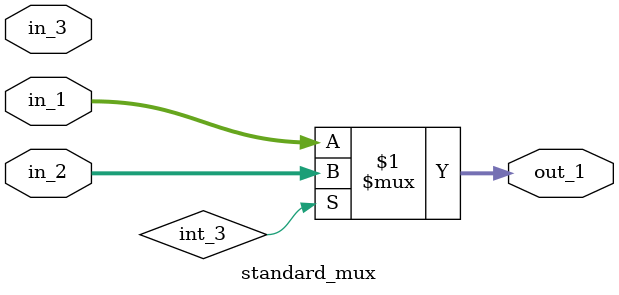
<source format=v>
module standard_mux (in_1, in_2, in_3, out_1);
	input [3:0]	in_1;
	input [3:0]	in_2;
	input in_3;
	output [3:0]	out_1;

	assign out_1 = int_3 ? in_2:in_1;
endmodule

</source>
